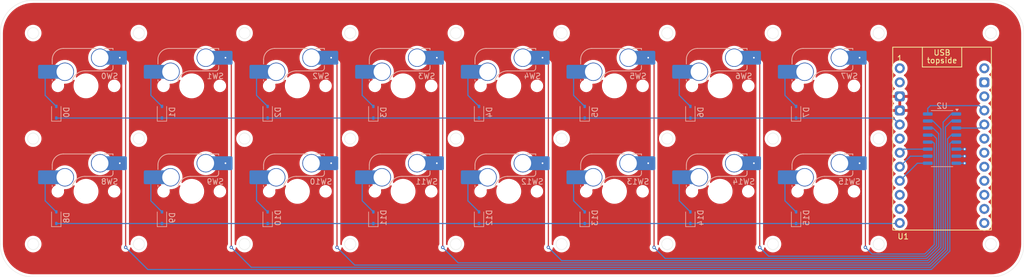
<source format=kicad_pcb>
(kicad_pcb (version 20240108) (generator "pcbnew") (generator_version "8.0")
  (layers (0 "F.Cu" signal) (31 "B.Cu" signal) (34 "B.Paste" user) (35 "F.Paste" user) (36 "B.SilkS" user "B.Silkscreen") (37 "F.SilkS" user "F.Silkscreen") (38 "B.Mask" user) (39 "F.Mask" user) (44 "Edge.Cuts" user))
  (net 0 "")
  (net 1 "ROW_00")
  (net 2 "Net-(D0-A)")
  (net 3 "Net-(D1-A)")
  (net 4 "Net-(D2-A)")
  (net 5 "Net-(D3-A)")
  (net 6 "Net-(D4-A)")
  (net 7 "Net-(D5-A)")
  (net 8 "Net-(D6-A)")
  (net 9 "Net-(D7-A)")
  (net 10 "Net-(D8-A)")
  (net 11 "ROW_01")
  (net 12 "Net-(D9-A)")
  (net 13 "Net-(D10-A)")
  (net 14 "Net-(D11-A)")
  (net 15 "Net-(D12-A)")
  (net 16 "Net-(D13-A)")
  (net 17 "Net-(D14-A)")
  (net 18 "Net-(D15-A)")
  (net 19 "COL_00")
  (net 20 "COL_01")
  (net 21 "COL_02")
  (net 22 "COL_03")
  (net 23 "COL_04")
  (net 24 "COL_05")
  (net 25 "COL_06")
  (net 26 "COL_07")
  (net 27 "GND")
  (net 28 "MULSEL_02")
  (net 29 "MULSEL_00")
  (net 30 "VCC")
  (net 31 "MULIO_00")
  (net 32 "MULSEL_01")
  (footprint "PCM_marbastlib-xp-promicroish:ProMicro_USBup" (layer "F.Cu") (at 201.93 58.42)
    (property "Reference" "U1" (at -7 16.4 0) (layer "F.SilkS"))
    (property "Value" "ProMicro")
    (fp_text user "1" (at -7.62 -15.17 0) (layer "F.SilkS") (effects (justify bottom)))
    (fp_text user "USB" (at 0 -16.2 0) (layer "F.SilkS") (effects (justify bottom)))
    (fp_text user "topside" (at 0 -14.8 0) (layer "F.SilkS") (effects (justify bottom)))
    (pad "1" thru_hole circle (at -7.62 -13.97) (size 1.8 1.8) (drill 1) (layers "*.Cu" "B.Mask"))
    (pad "2" thru_hole circle (at -7.62 -11.43) (size 1.8 1.8) (drill 1) (layers "*.Cu" "B.Mask"))
    (pad "3" thru_hole roundrect (at -7.62 -8.89) (size 1.8 1.8) (drill 1) (layers "*.Cu" "B.Mask") (net 27 "GND"))
    (pad "4" thru_hole roundrect (at -7.62 -6.35) (size 1.8 1.8) (drill 1) (layers "*.Cu" "B.Mask") (net 27 "GND"))
    (pad "5" thru_hole circle (at -7.62 -3.81) (size 1.8 1.8) (drill 1) (layers "*.Cu" "B.Mask") (net 1 "ROW_00"))
    (pad "6" thru_hole circle (at -7.62 -1.27) (size 1.8 1.8) (drill 1) (layers "*.Cu" "B.Mask"))
    (pad "7" thru_hole circle (at -7.62 1.27) (size 1.8 1.8) (drill 1) (layers "*.Cu" "B.Mask") (net 29 "MULSEL_00"))
    (pad "8" thru_hole circle (at -7.62 3.81) (size 1.8 1.8) (drill 1) (layers "*.Cu" "B.Mask") (net 32 "MULSEL_01"))
    (pad "9" thru_hole circle (at -7.62 6.35) (size 1.8 1.8) (drill 1) (layers "*.Cu" "B.Mask") (net 28 "MULSEL_02"))
    (pad "10" thru_hole circle (at -7.62 8.89) (size 1.8 1.8) (drill 1) (layers "*.Cu" "B.Mask"))
    (pad "11" thru_hole circle (at -7.62 11.43) (size 1.8 1.8) (drill 1) (layers "*.Cu" "B.Mask"))
    (pad "12" thru_hole circle (at -7.62 13.97) (size 1.8 1.8) (drill 1) (layers "*.Cu" "B.Mask") (net 11 "ROW_01"))
    (pad "13" thru_hole circle (at 7.62 -13.97) (size 1.8 1.8) (drill 1) (layers "*.Cu" "B.Mask"))
    (pad "14" thru_hole roundrect (at 7.62 -11.43) (size 1.8 1.8) (drill 1) (layers "*.Cu" "B.Mask"))
    (pad "15" thru_hole circle (at 7.62 -8.89) (size 1.8 1.8) (drill 1) (layers "*.Cu" "B.Mask"))
    (pad "16" thru_hole circle (at 7.62 -6.35) (size 1.8 1.8) (drill 1) (layers "*.Cu" "B.Mask") (net 30 "VCC"))
    (pad "17" thru_hole circle (at 7.62 -3.81) (size 1.8 1.8) (drill 1) (layers "*.Cu" "B.Mask") (net 31 "MULIO_00"))
    (pad "18" thru_hole circle (at 7.62 -1.27) (size 1.8 1.8) (drill 1) (layers "*.Cu" "B.Mask"))
    (pad "19" thru_hole circle (at 7.62 1.27) (size 1.8 1.8) (drill 1) (layers "*.Cu" "B.Mask"))
    (pad "20" thru_hole circle (at 7.62 3.81) (size 1.8 1.8) (drill 1) (layers "*.Cu" "B.Mask"))
    (pad "21" thru_hole circle (at 7.62 6.35) (size 1.8 1.8) (drill 1) (layers "*.Cu" "B.Mask"))
    (pad "22" thru_hole circle (at 7.62 8.89) (size 1.8 1.8) (drill 1) (layers "*.Cu" "B.Mask"))
    (pad "23" thru_hole circle (at 7.62 11.43) (size 1.8 1.8) (drill 1) (layers "*.Cu" "B.Mask"))
    (pad "24" thru_hole circle (at 7.62 13.97) (size 1.8 1.8) (drill 1) (layers "*.Cu" "B.Mask"))
  )
  (footprint "Diode_SMD:D_SOD-323" (layer "B.Cu") (at 42.267223 52.387544 90)
    (property "Reference" "D0" (at 0 1.85 90) (layer "B.SilkS") (effects (justify mirror)))
    (property "Value" "D_Small")
    (pad "1" smd roundrect (at -1.05 0 90) (size 0.6 0.45) (layers "B.Cu" "B.Paste" "B.Mask") (net 1 "ROW_00"))
    (pad "2" smd roundrect (at 1.05 0 90) (size 0.6 0.45) (layers "B.Cu" "B.Paste" "B.Mask") (net 2 "Net-(D0-A)"))
  )
  (footprint "PCM_marbastlib-mx:SW_MX_HS_CPG151101S11_1u" (layer "B.Cu") (at 85.725 47.625 180)
    (property "Reference" "SW2" (at -4.25 1.75 0) (layer "B.SilkS") (effects (justify mirror)))
    (property "Value" "SW_Push")
    (pad "" np_thru_hole circle (at -5.08 0 180) (size 1.75 1.75) (drill 1.75) (layers "*.Cu" "*.Mask"))
    (pad "" np_thru_hole circle (at 0 0 180) (size 3.9878 3.9878) (drill 3.9878) (layers "*.Cu" "*.Mask"))
    (pad "" np_thru_hole circle (at 5.08 0 180) (size 1.75 1.75) (drill 1.75) (layers "*.Cu" "*.Mask"))
    (pad "1" thru_hole circle (at 3.81 2.54 180) (size 3.3 3.3) (drill 3) (layers "*.Cu" "*.Mask") (net 4 "Net-(D2-A)"))
    (pad "1" smd rect (at 5.635 2.54) (size 1.65 2.5) (layers "B.Cu") (net 4 "Net-(D2-A)"))
    (pad "1" smd roundrect (at 7.36 2.54 180) (size 2.55 2.5) (layers "B.Cu" "B.Paste" "B.Mask") (roundrect_rratio 0.1) (net 4 "Net-(D2-A)"))
    (pad "2" smd roundrect (at -6.09 5.08 180) (size 2.55 2.5) (layers "B.Cu" "B.Paste" "B.Mask") (roundrect_rratio 0.1) (net 21 "COL_02"))
    (pad "2" smd rect (at -4.34 5.08 180) (size 1.65 2.5) (layers "B.Cu") (net 21 "COL_02"))
    (pad "2" thru_hole circle (at -2.54 5.08 180) (size 3.3 3.3) (drill 3) (layers "*.Cu" "*.Mask") (net 21 "COL_02"))
  )
  (footprint "PCM_marbastlib-mx:SW_MX_HS_CPG151101S11_1u" (layer "B.Cu") (at 180.975 47.625 180)
    (property "Reference" "SW7" (at -4.25 1.75 0) (layer "B.SilkS") (effects (justify mirror)))
    (property "Value" "SW_Push")
    (pad "" np_thru_hole circle (at -5.08 0 180) (size 1.75 1.75) (drill 1.75) (layers "*.Cu" "*.Mask"))
    (pad "" np_thru_hole circle (at 0 0 180) (size 3.9878 3.9878) (drill 3.9878) (layers "*.Cu" "*.Mask"))
    (pad "" np_thru_hole circle (at 5.08 0 180) (size 1.75 1.75) (drill 1.75) (layers "*.Cu" "*.Mask"))
    (pad "1" thru_hole circle (at 3.81 2.54 180) (size 3.3 3.3) (drill 3) (layers "*.Cu" "*.Mask") (net 9 "Net-(D7-A)"))
    (pad "1" smd rect (at 5.635 2.54) (size 1.65 2.5) (layers "B.Cu") (net 9 "Net-(D7-A)"))
    (pad "1" smd roundrect (at 7.36 2.54 180) (size 2.55 2.5) (layers "B.Cu" "B.Paste" "B.Mask") (roundrect_rratio 0.1) (net 9 "Net-(D7-A)"))
    (pad "2" smd roundrect (at -6.09 5.08 180) (size 2.55 2.5) (layers "B.Cu" "B.Paste" "B.Mask") (roundrect_rratio 0.1) (net 26 "COL_07"))
    (pad "2" smd rect (at -4.34 5.08 180) (size 1.65 2.5) (layers "B.Cu") (net 26 "COL_07"))
    (pad "2" thru_hole circle (at -2.54 5.08 180) (size 3.3 3.3) (drill 3) (layers "*.Cu" "*.Mask") (net 26 "COL_07"))
  )
  (footprint "PCM_marbastlib-mx:SW_MX_HS_CPG151101S11_1u" (layer "B.Cu") (at 66.675 47.625 180)
    (property "Reference" "SW1" (at -4.25 1.75 0) (layer "B.SilkS") (effects (justify mirror)))
    (property "Value" "SW_Push")
    (pad "" np_thru_hole circle (at -5.08 0 180) (size 1.75 1.75) (drill 1.75) (layers "*.Cu" "*.Mask"))
    (pad "" np_thru_hole circle (at 0 0 180) (size 3.9878 3.9878) (drill 3.9878) (layers "*.Cu" "*.Mask"))
    (pad "" np_thru_hole circle (at 5.08 0 180) (size 1.75 1.75) (drill 1.75) (layers "*.Cu" "*.Mask"))
    (pad "1" thru_hole circle (at 3.81 2.54 180) (size 3.3 3.3) (drill 3) (layers "*.Cu" "*.Mask") (net 3 "Net-(D1-A)"))
    (pad "1" smd rect (at 5.635 2.54) (size 1.65 2.5) (layers "B.Cu") (net 3 "Net-(D1-A)"))
    (pad "1" smd roundrect (at 7.36 2.54 180) (size 2.55 2.5) (layers "B.Cu" "B.Paste" "B.Mask") (roundrect_rratio 0.1) (net 3 "Net-(D1-A)"))
    (pad "2" smd roundrect (at -6.09 5.08 180) (size 2.55 2.5) (layers "B.Cu" "B.Paste" "B.Mask") (roundrect_rratio 0.1) (net 20 "COL_01"))
    (pad "2" smd rect (at -4.34 5.08 180) (size 1.65 2.5) (layers "B.Cu") (net 20 "COL_01"))
    (pad "2" thru_hole circle (at -2.54 5.08 180) (size 3.3 3.3) (drill 3) (layers "*.Cu" "*.Mask") (net 20 "COL_01"))
  )
  (footprint "Diode_SMD:D_SOD-323" (layer "B.Cu") (at 137.517303 71.43756 90)
    (property "Reference" "D13" (at 0 1.85 90) (layer "B.SilkS") (effects (justify mirror)))
    (property "Value" "D_Small")
    (pad "1" smd roundrect (at -1.05 0 90) (size 0.6 0.45) (layers "B.Cu" "B.Paste" "B.Mask") (net 11 "ROW_01"))
    (pad "2" smd roundrect (at 1.05 0 90) (size 0.6 0.45) (layers "B.Cu" "B.Paste" "B.Mask") (net 16 "Net-(D13-A)"))
  )
  (footprint "PCM_marbastlib-mx:SW_MX_HS_CPG151101S11_1u" (layer "B.Cu") (at 47.625 66.675 180)
    (property "Reference" "SW8" (at -4.25 1.75 0) (layer "B.SilkS") (effects (justify mirror)))
    (property "Value" "SW_Push")
    (pad "" np_thru_hole circle (at -5.08 0 180) (size 1.75 1.75) (drill 1.75) (layers "*.Cu" "*.Mask"))
    (pad "" np_thru_hole circle (at 0 0 180) (size 3.9878 3.9878) (drill 3.9878) (layers "*.Cu" "*.Mask"))
    (pad "" np_thru_hole circle (at 5.08 0 180) (size 1.75 1.75) (drill 1.75) (layers "*.Cu" "*.Mask"))
    (pad "1" thru_hole circle (at 3.81 2.54 180) (size 3.3 3.3) (drill 3) (layers "*.Cu" "*.Mask") (net 10 "Net-(D8-A)"))
    (pad "1" smd rect (at 5.635 2.54) (size 1.65 2.5) (layers "B.Cu") (net 10 "Net-(D8-A)"))
    (pad "1" smd roundrect (at 7.36 2.54 180) (size 2.55 2.5) (layers "B.Cu" "B.Paste" "B.Mask") (roundrect_rratio 0.1) (net 10 "Net-(D8-A)"))
    (pad "2" smd roundrect (at -6.09 5.08 180) (size 2.55 2.5) (layers "B.Cu" "B.Paste" "B.Mask") (roundrect_rratio 0.1) (net 19 "COL_00"))
    (pad "2" smd rect (at -4.34 5.08 180) (size 1.65 2.5) (layers "B.Cu") (net 19 "COL_00"))
    (pad "2" thru_hole circle (at -2.54 5.08 180) (size 3.3 3.3) (drill 3) (layers "*.Cu" "*.Mask") (net 19 "COL_00"))
  )
  (footprint "PCM_marbastlib-mx:SW_MX_HS_CPG151101S11_1u" (layer "B.Cu") (at 123.825 47.625 180)
    (property "Reference" "SW4" (at -4.25 1.75 0) (layer "B.SilkS") (effects (justify mirror)))
    (property "Value" "SW_Push")
    (pad "" np_thru_hole circle (at -5.08 0 180) (size 1.75 1.75) (drill 1.75) (layers "*.Cu" "*.Mask"))
    (pad "" np_thru_hole circle (at 0 0 180) (size 3.9878 3.9878) (drill 3.9878) (layers "*.Cu" "*.Mask"))
    (pad "" np_thru_hole circle (at 5.08 0 180) (size 1.75 1.75) (drill 1.75) (layers "*.Cu" "*.Mask"))
    (pad "1" thru_hole circle (at 3.81 2.54 180) (size 3.3 3.3) (drill 3) (layers "*.Cu" "*.Mask") (net 6 "Net-(D4-A)"))
    (pad "1" smd rect (at 5.635 2.54) (size 1.65 2.5) (layers "B.Cu") (net 6 "Net-(D4-A)"))
    (pad "1" smd roundrect (at 7.36 2.54 180) (size 2.55 2.5) (layers "B.Cu" "B.Paste" "B.Mask") (roundrect_rratio 0.1) (net 6 "Net-(D4-A)"))
    (pad "2" smd roundrect (at -6.09 5.08 180) (size 2.55 2.5) (layers "B.Cu" "B.Paste" "B.Mask") (roundrect_rratio 0.1) (net 23 "COL_04"))
    (pad "2" smd rect (at -4.34 5.08 180) (size 1.65 2.5) (layers "B.Cu") (net 23 "COL_04"))
    (pad "2" thru_hole circle (at -2.54 5.08 180) (size 3.3 3.3) (drill 3) (layers "*.Cu" "*.Mask") (net 23 "COL_04"))
  )
  (footprint "PCM_marbastlib-mx:SW_MX_HS_CPG151101S11_1u" (layer "B.Cu") (at 47.625 47.625 180)
    (property "Reference" "SW0" (at -4.25 1.75 0) (layer "B.SilkS") (effects (justify mirror)))
    (property "Value" "SW_Push")
    (pad "" np_thru_hole circle (at -5.08 0 180) (size 1.75 1.75) (drill 1.75) (layers "*.Cu" "*.Mask"))
    (pad "" np_thru_hole circle (at 0 0 180) (size 3.9878 3.9878) (drill 3.9878) (layers "*.Cu" "*.Mask"))
    (pad "" np_thru_hole circle (at 5.08 0 180) (size 1.75 1.75) (drill 1.75) (layers "*.Cu" "*.Mask"))
    (pad "1" thru_hole circle (at 3.81 2.54 180) (size 3.3 3.3) (drill 3) (layers "*.Cu" "*.Mask") (net 2 "Net-(D0-A)"))
    (pad "1" smd rect (at 5.635 2.54) (size 1.65 2.5) (layers "B.Cu") (net 2 "Net-(D0-A)"))
    (pad "1" smd roundrect (at 7.36 2.54 180) (size 2.55 2.5) (layers "B.Cu" "B.Paste" "B.Mask") (roundrect_rratio 0.1) (net 2 "Net-(D0-A)"))
    (pad "2" smd roundrect (at -6.09 5.08 180) (size 2.55 2.5) (layers "B.Cu" "B.Paste" "B.Mask") (roundrect_rratio 0.1) (net 19 "COL_00"))
    (pad "2" smd rect (at -4.34 5.08 180) (size 1.65 2.5) (layers "B.Cu") (net 19 "COL_00"))
    (pad "2" thru_hole circle (at -2.54 5.08 180) (size 3.3 3.3) (drill 3) (layers "*.Cu" "*.Mask") (net 19 "COL_00"))
  )
  (footprint "PCM_marbastlib-mx:SW_MX_HS_CPG151101S11_1u" (layer "B.Cu") (at 104.775 66.675 180)
    (property "Reference" "SW11" (at -4.25 1.75 0) (layer "B.SilkS") (effects (justify mirror)))
    (property "Value" "SW_Push")
    (pad "" np_thru_hole circle (at -5.08 0 180) (size 1.75 1.75) (drill 1.75) (layers "*.Cu" "*.Mask"))
    (pad "" np_thru_hole circle (at 0 0 180) (size 3.9878 3.9878) (drill 3.9878) (layers "*.Cu" "*.Mask"))
    (pad "" np_thru_hole circle (at 5.08 0 180) (size 1.75 1.75) (drill 1.75) (layers "*.Cu" "*.Mask"))
    (pad "1" thru_hole circle (at 3.81 2.54 180) (size 3.3 3.3) (drill 3) (layers "*.Cu" "*.Mask") (net 14 "Net-(D11-A)"))
    (pad "1" smd rect (at 5.635 2.54) (size 1.65 2.5) (layers "B.Cu") (net 14 "Net-(D11-A)"))
    (pad "1" smd roundrect (at 7.36 2.54 180) (size 2.55 2.5) (layers "B.Cu" "B.Paste" "B.Mask") (roundrect_rratio 0.1) (net 14 "Net-(D11-A)"))
    (pad "2" smd roundrect (at -6.09 5.08 180) (size 2.55 2.5) (layers "B.Cu" "B.Paste" "B.Mask") (roundrect_rratio 0.1) (net 22 "COL_03"))
    (pad "2" smd rect (at -4.34 5.08 180) (size 1.65 2.5) (layers "B.Cu") (net 22 "COL_03"))
    (pad "2" thru_hole circle (at -2.54 5.08 180) (size 3.3 3.3) (drill 3) (layers "*.Cu" "*.Mask") (net 22 "COL_03"))
  )
  (footprint "Diode_SMD:D_SOD-323" (layer "B.Cu") (at 175.617335 71.43756 90)
    (property "Reference" "D15" (at 0 1.85 90) (layer "B.SilkS") (effects (justify mirror)))
    (property "Value" "D_Small")
    (pad "1" smd roundrect (at -1.05 0 90) (size 0.6 0.45) (layers "B.Cu" "B.Paste" "B.Mask") (net 11 "ROW_01"))
    (pad "2" smd roundrect (at 1.05 0 90) (size 0.6 0.45) (layers "B.Cu" "B.Paste" "B.Mask") (net 18 "Net-(D15-A)"))
  )
  (footprint "Diode_SMD:D_SOD-323" (layer "B.Cu") (at 137.517303 52.387544 90)
    (property "Reference" "D5" (at 0 1.85 90) (layer "B.SilkS") (effects (justify mirror)))
    (property "Value" "D_Small")
    (pad "1" smd roundrect (at -1.05 0 90) (size 0.6 0.45) (layers "B.Cu" "B.Paste" "B.Mask") (net 1 "ROW_00"))
    (pad "2" smd roundrect (at 1.05 0 90) (size 0.6 0.45) (layers "B.Cu" "B.Paste" "B.Mask") (net 7 "Net-(D5-A)"))
  )
  (footprint "Diode_SMD:D_SOD-323" (layer "B.Cu") (at 80.367255 71.43756 90)
    (property "Reference" "D10" (at 0 1.85 90) (layer "B.SilkS") (effects (justify mirror)))
    (property "Value" "D_Small")
    (pad "1" smd roundrect (at -1.05 0 90) (size 0.6 0.45) (layers "B.Cu" "B.Paste" "B.Mask") (net 11 "ROW_01"))
    (pad "2" smd roundrect (at 1.05 0 90) (size 0.6 0.45) (layers "B.Cu" "B.Paste" "B.Mask") (net 13 "Net-(D10-A)"))
  )
  (footprint "Package_SO:SO-16_3.9x9.9mm_P1.27mm" (layer "B.Cu") (at 201.93 57.15 180)
    (property "Reference" "U2" (at 0 5.9 0) (layer "B.SilkS") (effects (justify mirror)))
    (property "Value" "74HC4051")
    (pad "1" smd roundrect (at -2.575 4.445 180) (size 1.75 0.6) (layers "B.Cu" "B.Paste" "B.Mask") (net 22 "COL_03"))
    (pad "2" smd roundrect (at -2.575 3.175 180) (size 1.75 0.6) (layers "B.Cu" "B.Paste" "B.Mask") (net 21 "COL_02"))
    (pad "3" smd roundrect (at -2.575 1.905 180) (size 1.75 0.6) (layers "B.Cu" "B.Paste" "B.Mask") (net 31 "MULIO_00"))
    (pad "4" smd roundrect (at -2.575 0.635 180) (size 1.75 0.6) (layers "B.Cu" "B.Paste" "B.Mask") (net 20 "COL_01"))
    (pad "5" smd roundrect (at -2.575 -0.635 180) (size 1.75 0.6) (layers "B.Cu" "B.Paste" "B.Mask") (net 19 "COL_00"))
    (pad "6" smd roundrect (at -2.575 -1.905 180) (size 1.75 0.6) (layers "B.Cu" "B.Paste" "B.Mask") (net 27 "GND"))
    (pad "7" smd roundrect (at -2.575 -3.175 180) (size 1.75 0.6) (layers "B.Cu" "B.Paste" "B.Mask") (net 27 "GND"))
    (pad "8" smd roundrect (at -2.575 -4.445 180) (size 1.75 0.6) (layers "B.Cu" "B.Paste" "B.Mask") (net 27 "GND"))
    (pad "9" smd roundrect (at 2.575 -4.445 180) (size 1.75 0.6) (layers "B.Cu" "B.Paste" "B.Mask") (net 28 "MULSEL_02"))
    (pad "10" smd roundrect (at 2.575 -3.175 180) (size 1.75 0.6) (layers "B.Cu" "B.Paste" "B.Mask") (net 32 "MULSEL_01"))
    (pad "11" smd roundrect (at 2.575 -1.905 180) (size 1.75 0.6) (layers "B.Cu" "B.Paste" "B.Mask") (net 29 "MULSEL_00"))
    (pad "12" smd roundrect (at 2.575 -0.635 180) (size 1.75 0.6) (layers "B.Cu" "B.Paste" "B.Mask") (net 26 "COL_07"))
    (pad "13" smd roundrect (at 2.575 0.635 180) (size 1.75 0.6) (layers "B.Cu" "B.Paste" "B.Mask") (net 25 "COL_06"))
    (pad "14" smd roundrect (at 2.575 1.905 180) (size 1.75 0.6) (layers "B.Cu" "B.Paste" "B.Mask") (net 24 "COL_05"))
    (pad "15" smd roundrect (at 2.575 3.175 180) (size 1.75 0.6) (layers "B.Cu" "B.Paste" "B.Mask") (net 23 "COL_04"))
    (pad "16" smd roundrect (at 2.575 4.445 180) (size 1.75 0.6) (layers "B.Cu" "B.Paste" "B.Mask") (net 30 "VCC"))
  )
  (footprint "Diode_SMD:D_SOD-323" (layer "B.Cu") (at 61.317239 52.387544 90)
    (property "Reference" "D1" (at 0 1.85 90) (layer "B.SilkS") (effects (justify mirror)))
    (property "Value" "D_Small")
    (pad "1" smd roundrect (at -1.05 0 90) (size 0.6 0.45) (layers "B.Cu" "B.Paste" "B.Mask") (net 1 "ROW_00"))
    (pad "2" smd roundrect (at 1.05 0 90) (size 0.6 0.45) (layers "B.Cu" "B.Paste" "B.Mask") (net 3 "Net-(D1-A)"))
  )
  (footprint "Diode_SMD:D_SOD-323" (layer "B.Cu") (at 99.417271 52.387544 90)
    (property "Reference" "D3" (at 0 1.85 90) (layer "B.SilkS") (effects (justify mirror)))
    (property "Value" "D_Small")
    (pad "1" smd roundrect (at -1.05 0 90) (size 0.6 0.45) (layers "B.Cu" "B.Paste" "B.Mask") (net 1 "ROW_00"))
    (pad "2" smd roundrect (at 1.05 0 90) (size 0.6 0.45) (layers "B.Cu" "B.Paste" "B.Mask") (net 5 "Net-(D3-A)"))
  )
  (footprint "Diode_SMD:D_SOD-323" (layer "B.Cu") (at 80.367255 52.387544 90)
    (property "Reference" "D2" (at 0 1.85 90) (layer "B.SilkS") (effects (justify mirror)))
    (property "Value" "D_Small")
    (pad "1" smd roundrect (at -1.05 0 90) (size 0.6 0.45) (layers "B.Cu" "B.Paste" "B.Mask") (net 1 "ROW_00"))
    (pad "2" smd roundrect (at 1.05 0 90) (size 0.6 0.45) (layers "B.Cu" "B.Paste" "B.Mask") (net 4 "Net-(D2-A)"))
  )
  (footprint "PCM_marbastlib-mx:SW_MX_HS_CPG151101S11_1u" (layer "B.Cu") (at 161.925 66.675 180)
    (property "Reference" "SW14" (at -4.25 1.75 0) (layer "B.SilkS") (effects (justify mirror)))
    (property "Value" "SW_Push")
    (pad "" np_thru_hole circle (at -5.08 0 180) (size 1.75 1.75) (drill 1.75) (layers "*.Cu" "*.Mask"))
    (pad "" np_thru_hole circle (at 0 0 180) (size 3.9878 3.9878) (drill 3.9878) (layers "*.Cu" "*.Mask"))
    (pad "" np_thru_hole circle (at 5.08 0 180) (size 1.75 1.75) (drill 1.75) (layers "*.Cu" "*.Mask"))
    (pad "1" thru_hole circle (at 3.81 2.54 180) (size 3.3 3.3) (drill 3) (layers "*.Cu" "*.Mask") (net 17 "Net-(D14-A)"))
    (pad "1" smd rect (at 5.635 2.54) (size 1.65 2.5) (layers "B.Cu") (net 17 "Net-(D14-A)"))
    (pad "1" smd roundrect (at 7.36 2.54 180) (size 2.55 2.5) (layers "B.Cu" "B.Paste" "B.Mask") (roundrect_rratio 0.1) (net 17 "Net-(D14-A)"))
    (pad "2" smd roundrect (at -6.09 5.08 180) (size 2.55 2.5) (layers "B.Cu" "B.Paste" "B.Mask") (roundrect_rratio 0.1) (net 25 "COL_06"))
    (pad "2" smd rect (at -4.34 5.08 180) (size 1.65 2.5) (layers "B.Cu") (net 25 "COL_06"))
    (pad "2" thru_hole circle (at -2.54 5.08 180) (size 3.3 3.3) (drill 3) (layers "*.Cu" "*.Mask") (net 25 "COL_06"))
  )
  (footprint "PCM_marbastlib-mx:SW_MX_HS_CPG151101S11_1u" (layer "B.Cu") (at 142.875 66.675 180)
    (property "Reference" "SW13" (at -4.25 1.75 0) (layer "B.SilkS") (effects (justify mirror)))
    (property "Value" "SW_Push")
    (pad "" np_thru_hole circle (at -5.08 0 180) (size 1.75 1.75) (drill 1.75) (layers "*.Cu" "*.Mask"))
    (pad "" np_thru_hole circle (at 0 0 180) (size 3.9878 3.9878) (drill 3.9878) (layers "*.Cu" "*.Mask"))
    (pad "" np_thru_hole circle (at 5.08 0 180) (size 1.75 1.75) (drill 1.75) (layers "*.Cu" "*.Mask"))
    (pad "1" thru_hole circle (at 3.81 2.54 180) (size 3.3 3.3) (drill 3) (layers "*.Cu" "*.Mask") (net 16 "Net-(D13-A)"))
    (pad "1" smd rect (at 5.635 2.54) (size 1.65 2.5) (layers "B.Cu") (net 16 "Net-(D13-A)"))
    (pad "1" smd roundrect (at 7.36 2.54 180) (size 2.55 2.5) (layers "B.Cu" "B.Paste" "B.Mask") (roundrect_rratio 0.1) (net 16 "Net-(D13-A)"))
    (pad "2" smd roundrect (at -6.09 5.08 180) (size 2.55 2.5) (layers "B.Cu" "B.Paste" "B.Mask") (roundrect_rratio 0.1) (net 24 "COL_05"))
    (pad "2" smd rect (at -4.34 5.08 180) (size 1.65 2.5) (layers "B.Cu") (net 24 "COL_05"))
    (pad "2" thru_hole circle (at -2.54 5.08 180) (size 3.3 3.3) (drill 3) (layers "*.Cu" "*.Mask") (net 24 "COL_05"))
  )
  (footprint "PCM_marbastlib-mx:SW_MX_HS_CPG151101S11_1u" (layer "B.Cu") (at 85.725 66.675 180)
    (property "Reference" "SW10" (at -4.25 1.75 0) (layer "B.SilkS") (effects (justify mirror)))
    (property "Value" "SW_Push")
    (pad "" np_thru_hole circle (at -5.08 0 180) (size 1.75 1.75) (drill 1.75) (layers "*.Cu" "*.Mask"))
    (pad "" np_thru_hole circle (at 0 0 180) (size 3.9878 3.9878) (drill 3.9878) (layers "*.Cu" "*.Mask"))
    (pad "" np_thru_hole circle (at 5.08 0 180) (size 1.75 1.75) (drill 1.75) (layers "*.Cu" "*.Mask"))
    (pad "1" thru_hole circle (at 3.81 2.54 180) (size 3.3 3.3) (drill 3) (layers "*.Cu" "*.Mask") (net 13 "Net-(D10-A)"))
    (pad "1" smd rect (at 5.635 2.54) (size 1.65 2.5) (layers "B.Cu") (net 13 "Net-(D10-A)"))
    (pad "1" smd roundrect (at 7.36 2.54 180) (size 2.55 2.5) (layers "B.Cu" "B.Paste" "B.Mask") (roundrect_rratio 0.1) (net 13 "Net-(D10-A)"))
    (pad "2" smd roundrect (at -6.09 5.08 180) (size 2.55 2.5) (layers "B.Cu" "B.Paste" "B.Mask") (roundrect_rratio 0.1) (net 21 "COL_02"))
    (pad "2" smd rect (at -4.34 5.08 180) (size 1.65 2.5) (layers "B.Cu") (net 21 "COL_02"))
    (pad "2" thru_hole circle (at -2.54 5.08 180) (size 3.3 3.3) (drill 3) (layers "*.Cu" "*.Mask") (net 21 "COL_02"))
  )
  (footprint "Diode_SMD:D_SOD-323" (layer "B.Cu") (at 118.467287 71.43756 90)
    (property "Reference" "D12" (at 0 1.85 90) (layer "B.SilkS") (effects (justify mirror)))
    (property "Value" "D_Small")
    (pad "1" smd roundrect (at -1.05 0 90) (size 0.6 0.45) (layers "B.Cu" "B.Paste" "B.Mask") (net 11 "ROW_01"))
    (pad "2" smd roundrect (at 1.05 0 90) (size 0.6 0.45) (layers "B.Cu" "B.Paste" "B.Mask") (net 15 "Net-(D12-A)"))
  )
  (footprint "Diode_SMD:D_SOD-323" (layer "B.Cu") (at 156.567319 52.387544 90)
    (property "Reference" "D6" (at 0 1.85 90) (layer "B.SilkS") (effects (justify mirror)))
    (property "Value" "D_Small")
    (pad "1" smd roundrect (at -1.05 0 90) (size 0.6 0.45) (layers "B.Cu" "B.Paste" "B.Mask") (net 1 "ROW_00"))
    (pad "2" smd roundrect (at 1.05 0 90) (size 0.6 0.45) (layers "B.Cu" "B.Paste" "B.Mask") (net 8 "Net-(D6-A)"))
  )
  (footprint "Diode_SMD:D_SOD-323" (layer "B.Cu") (at 61.317239 71.43756 90)
    (property "Reference" "D9" (at 0 1.85 90) (layer "B.SilkS") (effects (justify mirror)))
    (property "Value" "D_Small")
    (pad "1" smd roundrect (at -1.05 0 90) (size 0.6 0.45) (layers "B.Cu" "B.Paste" "B.Mask") (net 11 "ROW_01"))
    (pad "2" smd roundrect (at 1.05 0 90) (size 0.6 0.45) (layers "B.Cu" "B.Paste" "B.Mask") (net 12 "Net-(D9-A)"))
  )
  (footprint "PCM_marbastlib-mx:SW_MX_HS_CPG151101S11_1u" (layer "B.Cu") (at 142.875 47.625 180)
    (property "Reference" "SW5" (at -4.25 1.75 0) (layer "B.SilkS") (effects (justify mirror)))
    (property "Value" "SW_Push")
    (pad "" np_thru_hole circle (at -5.08 0 180) (size 1.75 1.75) (drill 1.75) (layers "*.Cu" "*.Mask"))
    (pad "" np_thru_hole circle (at 0 0 180) (size 3.9878 3.9878) (drill 3.9878) (layers "*.Cu" "*.Mask"))
    (pad "" np_thru_hole circle (at 5.08 0 180) (size 1.75 1.75) (drill 1.75) (layers "*.Cu" "*.Mask"))
    (pad "1" thru_hole circle (at 3.81 2.54 180) (size 3.3 3.3) (drill 3) (layers "*.Cu" "*.Mask") (net 7 "Net-(D5-A)"))
    (pad "1" smd rect (at 5.635 2.54) (size 1.65 2.5) (layers "B.Cu") (net 7 "Net-(D5-A)"))
    (pad "1" smd roundrect (at 7.36 2.54 180) (size 2.55 2.5) (layers "B.Cu" "B.Paste" "B.Mask") (roundrect_rratio 0.1) (net 7 "Net-(D5-A)"))
    (pad "2" smd roundrect (at -6.09 5.08 180) (size 2.55 2.5) (layers "B.Cu" "B.Paste" "B.Mask") (roundrect_rratio 0.1) (net 24 "COL_05"))
    (pad "2" smd rect (at -4.34 5.08 180) (size 1.65 2.5) (layers "B.Cu") (net 24 "COL_05"))
    (pad "2" thru_hole circle (at -2.54 5.08 180) (size 3.3 3.3) (drill 3) (layers "*.Cu" "*.Mask") (net 24 "COL_05"))
  )
  (footprint "PCM_marbastlib-mx:SW_MX_HS_CPG151101S11_1u" (layer "B.Cu") (at 123.825 66.675 180)
    (property "Reference" "SW12" (at -4.25 1.75 0) (layer "B.SilkS") (effects (justify mirror)))
    (property "Value" "SW_Push")
    (pad "" np_thru_hole circle (at -5.08 0 180) (size 1.75 1.75) (drill 1.75) (layers "*.Cu" "*.Mask"))
    (pad "" np_thru_hole circle (at 0 0 180) (size 3.9878 3.9878) (drill 3.9878) (layers "*.Cu" "*.Mask"))
    (pad "" np_thru_hole circle (at 5.08 0 180) (size 1.75 1.75) (drill 1.75) (layers "*.Cu" "*.Mask"))
    (pad "1" thru_hole circle (at 3.81 2.54 180) (size 3.3 3.3) (drill 3) (layers "*.Cu" "*.Mask") (net 15 "Net-(D12-A)"))
    (pad "1" smd rect (at 5.635 2.54) (size 1.65 2.5) (layers "B.Cu") (net 15 "Net-(D12-A)"))
    (pad "1" smd roundrect (at 7.36 2.54 180) (size 2.55 2.5) (layers "B.Cu" "B.Paste" "B.Mask") (roundrect_rratio 0.1) (net 15 "Net-(D12-A)"))
    (pad "2" smd roundrect (at -6.09 5.08 180) (size 2.55 2.5) (layers "B.Cu" "B.Paste" "B.Mask") (roundrect_rratio 0.1) (net 23 "COL_04"))
    (pad "2" smd rect (at -4.34 5.08 180) (size 1.65 2.5) (layers "B.Cu") (net 23 "COL_04"))
    (pad "2" thru_hole circle (at -2.54 5.08 180) (size 3.3 3.3) (drill 3) (layers "*.Cu" "*.Mask") (net 23 "COL_04"))
  )
  (footprint "Diode_SMD:D_SOD-323" (layer "B.Cu") (at 175.617335 52.387544 90)
    (property "Reference" "D7" (at 0 1.85 90) (layer "B.SilkS") (effects (justify mirror)))
    (property "Value" "D_Small")
    (pad "1" smd roundrect (at -1.05 0 90) (size 0.6 0.45) (layers "B.Cu" "B.Paste" "B.Mask") (net 1 "ROW_00"))
    (pad "2" smd roundrect (at 1.05 0 90) (size 0.6 0.45) (layers "B.Cu" "B.Paste" "B.Mask") (net 9 "Net-(D7-A)"))
  )
  (footprint "Diode_SMD:D_SOD-323" (layer "B.Cu") (at 118.467287 52.387544 90)
    (property "Reference" "D4" (at 0 1.85 90) (layer "B.SilkS") (effects (justify mirror)))
    (property "Value" "D_Small")
    (pad "1" smd roundrect (at -1.05 0 90) (size 0.6 0.45) (layers "B.Cu" "B.Paste" "B.Mask") (net 1 "ROW_00"))
    (pad "2" smd roundrect (at 1.05 0 90) (size 0.6 0.45) (layers "B.Cu" "B.Paste" "B.Mask") (net 6 "Net-(D4-A)"))
  )
  (footprint "PCM_marbastlib-mx:SW_MX_HS_CPG151101S11_1u" (layer "B.Cu") (at 161.925 47.625 180)
    (property "Reference" "SW6" (at -4.25 1.75 0) (layer "B.SilkS") (effects (justify mirror)))
    (property "Value" "SW_Push")
    (pad "" np_thru_hole circle (at -5.08 0 180) (size 1.75 1.75) (drill 1.75) (layers "*.Cu" "*.Mask"))
    (pad "" np_thru_hole circle (at 0 0 180) (size 3.9878 3.9878) (drill 3.9878) (layers "*.Cu" "*.Mask"))
    (pad "" np_thru_hole circle (at 5.08 0 180) (size 1.75 1.75) (drill 1.75) (layers "*.Cu" "*.Mask"))
    (pad "1" thru_hole circle (at 3.81 2.54 180) (size 3.3 3.3) (drill 3) (layers "*.Cu" "*.Mask") (net 8 "Net-(D6-A)"))
    (pad "1" smd rect (at 5.635 2.54) (size 1.65 2.5) (layers "B.Cu") (net 8 "Net-(D6-A)"))
    (pad "1" smd roundrect (at 7.36 2.54 180) (size 2.55 2.5) (layers "B.Cu" "B.Paste" "B.Mask") (roundrect_rratio 0.1) (net 8 "Net-(D6-A)"))
    (pad "2" smd roundrect (at -6.09 5.08 180) (size 2.55 2.5) (layers "B.Cu" "B.Paste" "B.Mask") (roundrect_rratio 0.1) (net 25 "COL_06"))
    (pad "2" smd rect (at -4.34 5.08 180) (size 1.65 2.5) (layers "B.Cu") (net 25 "COL_06"))
    (pad "2" thru_hole circle (at -2.54 5.08 180) (size 3.3 3.3) (drill 3) (layers "*.Cu" "*.Mask") (net 25 "COL_06"))
  )
  (footprint "PCM_marbastlib-mx:SW_MX_HS_CPG151101S11_1u" (layer "B.Cu") (at 180.975 66.675 180)
    (property "Reference" "SW15" (at -4.25 1.75 0) (layer "B.SilkS") (effects (justify mirror)))
    (property "Value" "SW_Push")
    (pad "" np_thru_hole circle (at -5.08 0 180) (size 1.75 1.75) (drill 1.75) (layers "*.Cu" "*.Mask"))
    (pad "" np_thru_hole circle (at 0 0 180) (size 3.9878 3.9878) (drill 3.9878) (layers "*.Cu" "*.Mask"))
    (pad "" np_thru_hole circle (at 5.08 0 180) (size 1.75 1.75) (drill 1.75) (layers "*.Cu" "*.Mask"))
    (pad "1" thru_hole circle (at 3.81 2.54 180) (size 3.3 3.3) (drill 3) (layers "*.Cu" "*.Mask") (net 18 "Net-(D15-A)"))
    (pad "1" smd rect (at 5.635 2.54) (size 1.65 2.5) (layers "B.Cu") (net 18 "Net-(D15-A)"))
    (pad "1" smd roundrect (at 7.36 2.54 180) (size 2.55 2.5) (layers "B.Cu" "B.Paste" "B.Mask") (roundrect_rratio 0.1) (net 18 "Net-(D15-A)"))
    (pad "2" smd roundrect (at -6.09 5.08 180) (size 2.55 2.5) (layers "B.Cu" "B.Paste" "B.Mask") (roundrect_rratio 0.1) (net 26 "COL_07"))
    (pad "2" smd rect (at -4.34 5.08 180) (size 1.65 2.5) (layers "B.Cu") (net 26 "COL_07"))
    (pad "2" thru_hole circle (at -2.54 5.08 180) (size 3.3 3.3) (drill 3) (layers "*.Cu" "*.Mask") (net 26 "COL_07"))
  )
  (footprint "Diode_SMD:D_SOD-323" (layer "B.Cu") (at 156.567319 71.43756 90)
    (property "Reference" "D14" (at 0 1.85 90) (layer "B.SilkS") (effects (justify mirror)))
    (property "Value" "D_Small")
    (pad "1" smd roundrect (at -1.05 0 90) (size 0.6 0.45) (layers "B.Cu" "B.Paste" "B.Mask") (net 11 "ROW_01"))
    (pad "2" smd roundrect (at 1.05 0 90) (size 0.6 0.45) (layers "B.Cu" "B.Paste" "B.Mask") (net 17 "Net-(D14-A)"))
  )
  (footprint "PCM_marbastlib-mx:SW_MX_HS_CPG151101S11_1u" (layer "B.Cu") (at 66.675 66.675 180)
    (property "Reference" "SW9" (at -4.25 1.75 0) (layer "B.SilkS") (effects (justify mirror)))
    (property "Value" "SW_Push")
    (pad "" np_thru_hole circle (at -5.08 0 180) (size 1.75 1.75) (drill 1.75) (layers "*.Cu" "*.Mask"))
    (pad "" np_thru_hole circle (at 0 0 180) (size 3.9878 3.9878) (drill 3.9878) (layers "*.Cu" "*.Mask"))
    (pad "" np_thru_hole circle (at 5.08 0 180) (size 1.75 1.75) (drill 1.75) (layers "*.Cu" "*.Mask"))
    (pad "1" thru_hole circle (at 3.81 2.54 180) (size 3.3 3.3) (drill 3) (layers "*.Cu" "*.Mask") (net 12 "Net-(D9-A)"))
    (pad "1" smd rect (at 5.635 2.54) (size 1.65 2.5) (layers "B.Cu") (net 12 "Net-(D9-A)"))
    (pad "1" smd roundrect (at 7.36 2.54 180) (size 2.55 2.5) (layers "B.Cu" "B.Paste" "B.Mask") (roundrect_rratio 0.1) (net 12 "Net-(D9-A)"))
    (pad "2" smd roundrect (at -6.09 5.08 180) (size 2.55 2.5) (layers "B.Cu" "B.Paste" "B.Mask") (roundrect_rratio 0.1) (net 20 "COL_01"))
    (pad "2" smd rect (at -4.34 5.08 180) (size 1.65 2.5) (layers "B.Cu") (net 20 "COL_01"))
    (pad "2" thru_hole circle (at -2.54 5.08 180) (size 3.3 3.3) (drill 3) (layers "*.Cu" "*.Mask") (net 20 "COL_01"))
  )
  (footprint "Diode_SMD:D_SOD-323" (layer "B.Cu") (at 42.267223 71.43756 90)
    (property "Reference" "D8" (at 0 1.85 90) (layer "B.SilkS") (effects (justify mirror)))
    (property "Value" "D_Small")
    (pad "1" smd roundrect (at -1.05 0 90) (size 0.6 0.45) (layers "B.Cu" "B.Paste" "B.Mask") (net 11 "ROW_01"))
    (pad "2" smd roundrect (at 1.05 0 90) (size 0.6 0.45) (layers "B.Cu" "B.Paste" "B.Mask") (net 10 "Net-(D8-A)"))
  )
  (footprint "PCM_marbastlib-mx:SW_MX_HS_CPG151101S11_1u" (layer "B.Cu") (at 104.775 47.625 180)
    (property "Reference" "SW3" (at -4.25 1.75 0) (layer "B.SilkS") (effects (justify mirror)))
    (property "Value" "SW_Push")
    (pad "" np_thru_hole circle (at -5.08 0 180) (size 1.75 1.75) (drill 1.75) (layers "*.Cu" "*.Mask"))
    (pad "" np_thru_hole circle (at 0 0 180) (size 3.9878 3.9878) (drill 3.9878) (layers "*.Cu" "*.Mask"))
    (pad "" np_thru_hole circle (at 5.08 0 180) (size 1.75 1.75) (drill 1.75) (layers "*.Cu" "*.Mask"))
    (pad "1" thru_hole circle (at 3.81 2.54 180) (size 3.3 3.3) (drill 3) (layers "*.Cu" "*.Mask") (net 5 "Net-(D3-A)"))
    (pad "1" smd rect (at 5.635 2.54) (size 1.65 2.5) (layers "B.Cu") (net 5 "Net-(D3-A)"))
    (pad "1" smd roundrect (at 7.36 2.54 180) (size 2.55 2.5) (layers "B.Cu" "B.Paste" "B.Mask") (roundrect_rratio 0.1) (net 5 "Net-(D3-A)"))
    (pad "2" smd roundrect (at -6.09 5.08 180) (size 2.55 2.5) (layers "B.Cu" "B.Paste" "B.Mask") (roundrect_rratio 0.1) (net 22 "COL_03"))
    (pad "2" smd rect (at -4.34 5.08 180) (size 1.65 2.5) (layers "B.Cu") (net 22 "COL_03"))
    (pad "2" thru_hole circle (at -2.54 5.08 180) (size 3.3 3.3) (drill 3) (layers "*.Cu" "*.Mask") (net 22 "COL_03"))
  )
  (footprint "Diode_SMD:D_SOD-323" (layer "B.Cu") (at 99.417271 71.43756 90)
    (property "Reference" "D11" (at 0 1.85 90) (layer "B.SilkS") (effects (justify mirror)))
    (property "Value" "D_Small")
    (pad "1" smd roundrect (at -1.05 0 90) (size 0.6 0.45) (layers "B.Cu" "B.Paste" "B.Mask") (net 11 "ROW_01"))
    (pad "2" smd roundrect (at 1.05 0 90) (size 0.6 0.45) (layers "B.Cu" "B.Paste" "B.Mask") (net 14 "Net-(D11-A)"))
  )
  (gr_circle (center 95.25 76.2) (end 96.25 76.2) (stroke (width 0.05)) (fill none) (layer "Edge.Cuts"))
  (gr_circle (center 133.35 57.15) (end 134.35 57.15) (stroke (width 0.05)) (fill none) (layer "Edge.Cuts"))
  (gr_circle (center 95.25 38.1) (end 96.25 38.1) (stroke (width 0.05)) (fill none) (layer "Edge.Cuts"))
  (gr_circle (center 38.1 38.1) (end 39.1 38.1) (stroke (width 0.05)) (fill none) (layer "Edge.Cuts"))
  (gr_circle (center 171.45 57.15) (end 172.45 57.15) (stroke (width 0.05)) (fill none) (layer "Edge.Cuts"))
  (gr_circle (center 57.15 76.2) (end 58.15 76.2) (stroke (width 0.05)) (fill none) (layer "Edge.Cuts"))
  (gr_circle (center 76.2 76.2) (end 77.2 76.2) (stroke (width 0.05)) (fill none) (layer "Edge.Cuts"))
  (gr_line (start 38.100177 82.153125) (end 210.740802 82.153125) (stroke (width 0.05)) (layer "Edge.Cuts"))
  (gr_line (start 38.1 32.146875) (end 210.740625 32.146875) (stroke (width 0.05)) (layer "Edge.Cuts"))
  (gr_arc (start 38.100177 82.153125) (mid 33.890568 80.409558) (end 32.146875 76.2) (stroke (width 0.05)) (layer "Edge.Cuts"))
  (gr_circle (center 152.4 57.15) (end 153.4 57.15) (stroke (width 0.05)) (fill none) (layer "Edge.Cuts"))
  (gr_circle (center 171.45 38.1) (end 172.45 38.1) (stroke (width 0.05)) (fill none) (layer "Edge.Cuts"))
  (gr_circle (center 95.25 57.15) (end 96.25 57.15) (stroke (width 0.05)) (fill none) (layer "Edge.Cuts"))
  (gr_circle (center 210.740625 38.1) (end 211.740625 38.1) (stroke (width 0.05)) (fill none) (layer "Edge.Cuts"))
  (gr_circle (center 114.3 38.1) (end 115.3 38.1) (stroke (width 0.05)) (fill none) (layer "Edge.Cuts"))
  (gr_arc (start 32.146875 38.1) (mid 33.890505 33.890505) (end 38.1 32.146875) (stroke (width 0.05)) (layer "Edge.Cuts"))
  (gr_circle (center 152.4 76.2) (end 153.4 76.2) (stroke (width 0.05)) (fill none) (layer "Edge.Cuts"))
  (gr_arc (start 216.69375 76.2) (mid 214.950183 80.409432) (end 210.740802 82.153125) (stroke (width 0.05)) (layer "Edge.Cuts"))
  (gr_arc (start 210.740625 32.146875) (mid 214.95012 33.890505) (end 216.69375 38.1) (stroke (width 0.05)) (layer "Edge.Cuts"))
  (gr_line (start 32.146875 38.1) (end 32.146875 76.2) (stroke (width 0.05)) (layer "Edge.Cuts"))
  (gr_circle (center 133.35 38.1) (end 134.35 38.1) (stroke (width 0.05)) (fill none) (layer "Edge.Cuts"))
  (gr_circle (center 57.15 57.15) (end 58.15 57.15) (stroke (width 0.05)) (fill none) (layer "Edge.Cuts"))
  (gr_circle (center 152.4 38.1) (end 153.4 38.1) (stroke (width 0.05)) (fill none) (layer "Edge.Cuts"))
  (gr_circle (center 171.45 76.2) (end 172.45 76.2) (stroke (width 0.05)) (fill none) (layer "Edge.Cuts"))
  (gr_circle (center 114.3 57.15) (end 115.3 57.15) (stroke (width 0.05)) (fill none) (layer "Edge.Cuts"))
  (gr_circle (center 114.3 76.2) (end 115.3 76.2) (stroke (width 0.05)) (fill none) (layer "Edge.Cuts"))
  (gr_circle (center 57.15 38.1) (end 58.15 38.1) (stroke (width 0.05)) (fill none) (layer "Edge.Cuts"))
  (gr_circle (center 190.5 38.1) (end 191.5 38.1) (stroke (width 0.05)) (fill none) (layer "Edge.Cuts"))
  (gr_circle (center 190.5 76.2) (end 191.5 76.2) (stroke (width 0.05)) (fill none) (layer "Edge.Cuts"))
  (gr_circle (center 76.2 57.15) (end 77.2 57.15) (stroke (width 0.05)) (fill none) (layer "Edge.Cuts"))
  (gr_circle (center 38.1 57.15) (end 39.1 57.15) (stroke (width 0.05)) (fill none) (layer "Edge.Cuts"))
  (gr_circle (center 210.740625 76.2) (end 211.740625 76.2) (stroke (width 0.05)) (fill none) (layer "Edge.Cuts"))
  (gr_circle (center 133.35 76.2) (end 134.35 76.2) (stroke (width 0.05)) (fill none) (layer "Edge.Cuts"))
  (gr_circle (center 38.1 76.2) (end 39.1 76.2) (stroke (width 0.05)) (fill none) (layer "Edge.Cuts"))
  (gr_line (start 216.69375 76.2) (end 216.69375 38.1) (stroke (width 0.05)) (layer "Edge.Cuts"))
  (gr_circle (center 76.2 38.1) (end 77.2 38.1) (stroke (width 0.05)) (fill none) (layer "Edge.Cuts"))
  (gr_circle (center 190.5 57.15) (end 191.5 57.15) (stroke (width 0.05)) (fill none) (layer "Edge.Cuts"))
  (segment (start 193.137544 53.437544) (end 194.31 54.61) (width 0.2) (layer "B.Cu") (net 1))
  (segment (start 175.617335 53.437544) (end 156.567319 53.437544) (width 0.2) (layer "B.Cu") (net 1))
  (segment (start 61.317239 53.437544) (end 42.267223 53.437544) (width 0.2) (layer "B.Cu") (net 1))
  (segment (start 175.617335 53.437544) (end 193.137544 53.437544) (width 0.2) (layer "B.Cu") (net 1))
  (segment (start 156.567319 53.437544) (end 137.517303 53.437544) (width 0.2) (layer "B.Cu") (net 1))
  (segment (start 137.517303 53.437544) (end 118.467287 53.437544) (width 0.2) (layer "B.Cu") (net 1))
  (segment (start 80.367255 53.437544) (end 61.317239 53.437544) (width 0.2) (layer "B.Cu") (net 1))
  (segment (start 99.417271 53.437544) (end 80.367255 53.437544) (width 0.2) (layer "B.Cu") (net 1))
  (segment (start 118.467287 53.437544) (end 99.417271 53.437544) (width 0.2) (layer "B.Cu") (net 1))
  (segment (start 40.265 45.085) (end 40.265 49.335321) (width 0.2) (layer "B.Cu") (net 2))
  (segment (start 40.265 49.335321) (end 42.267223 51.337544) (width 0.2) (layer "B.Cu") (net 2))
  (segment (start 59.315 45.085) (end 59.315 49.335305) (width 0.2) (layer "B.Cu") (net 3))
  (segment (start 59.315 49.335305) (end 61.317239 51.337544) (width 0.2) (layer "B.Cu") (net 3))
  (segment (start 78.365 49.335289) (end 80.367255 51.337544) (width 0.2) (layer "B.Cu") (net 4))
  (segment (start 78.365 45.085) (end 78.365 49.335289) (width 0.2) (layer "B.Cu") (net 4))
  (segment (start 97.415 49.335273) (end 99.417271 51.337544) (width 0.2) (layer "B.Cu") (net 5))
  (segment (start 97.415 45.085) (end 97.415 49.335273) (width 0.2) (layer "B.Cu") (net 5))
  (segment (start 116.465 49.335257) (end 118.467287 51.337544) (width 0.2) (layer "B.Cu") (net 6))
  (segment (start 116.465 45.085) (end 116.465 49.335257) (width 0.2) (layer "B.Cu") (net 6))
  (segment (start 135.515 49.335241) (end 137.517303 51.337544) (width 0.2) (layer "B.Cu") (net 7))
  (segment (start 135.515 45.085) (end 135.515 49.335241) (width 0.2) (layer "B.Cu") (net 7))
  (segment (start 154.565 45.085) (end 154.565 49.335225) (width 0.2) (layer "B.Cu") (net 8))
  (segment (start 154.565 49.335225) (end 156.567319 51.337544) (width 0.2) (layer "B.Cu") (net 8))
  (segment (start 173.615 49.335209) (end 175.617335 51.337544) (width 0.2) (layer "B.Cu") (net 9))
  (segment (start 173.615 45.085) (end 173.615 49.335209) (width 0.2) (layer "B.Cu") (net 9))
  (segment (start 40.265 64.135) (end 40.265 68.385337) (width 0.2) (layer "B.Cu") (net 10))
  (segment (start 40.265 68.385337) (end 42.267223 70.38756) (width 0.2) (layer "B.Cu") (net 10))
  (segment (start 175.617335 72.48756) (end 156.567319 72.48756) (width 0.2) (layer "B.Cu") (net 11))
  (segment (start 194.21244 72.48756) (end 175.617335 72.48756) (width 0.2) (layer "B.Cu") (net 11))
  (segment (start 99.417271 72.48756) (end 80.367255 72.48756) (width 0.2) (layer "B.Cu") (net 11))
  (segment (start 137.517303 72.48756) (end 118.467287 72.48756) (width 0.2) (layer "B.Cu") (net 11))
  (segment (start 156.567319 72.48756) (end 137.517303 72.48756) (width 0.2) (layer "B.Cu") (net 11))
  (segment (start 61.317239 72.48756) (end 42.267223 72.48756) (width 0.2) (layer "B.Cu") (net 11))
  (segment (start 118.467287 72.48756) (end 99.417271 72.48756) (width 0.2) (layer "B.Cu") (net 11))
  (segment (start 80.367255 72.48756) (end 61.317239 72.48756) (width 0.2) (layer "B.Cu") (net 11))
  (segment (start 194.31 72.39) (end 194.21244 72.48756) (width 0.2) (layer "B.Cu") (net 11))
  (segment (start 59.315 68.385321) (end 61.317239 70.38756) (width 0.2) (layer "B.Cu") (net 12))
  (segment (start 59.315 64.135) (end 59.315 68.385321) (width 0.2) (layer "B.Cu") (net 12))
  (segment (start 78.365 68.385305) (end 80.367255 70.38756) (width 0.2) (layer "B.Cu") (net 13))
  (segment (start 78.365 64.135) (end 78.365 68.385305) (width 0.2) (layer "B.Cu") (net 13))
  (segment (start 97.415 64.135) (end 97.415 68.385289) (width 0.2) (layer "B.Cu") (net 14))
  (segment (start 97.415 68.385289) (end 99.417271 70.38756) (width 0.2) (layer "B.Cu") (net 14))
  (segment (start 116.465 68.385273) (end 118.467287 70.38756) (width 0.2) (layer "B.Cu") (net 15))
  (segment (start 116.465 64.135) (end 116.465 68.385273) (width 0.2) (layer "B.Cu") (net 15))
  (segment (start 135.515 64.135) (end 135.515 68.385257) (width 0.2) (layer "B.Cu") (net 16))
  (segment (start 135.515 68.385257) (end 137.517303 70.38756) (width 0.2) (layer "B.Cu") (net 16))
  (segment (start 154.565 64.135) (end 154.565 68.385241) (width 0.2) (layer "B.Cu") (net 17))
  (segment (start 154.565 68.385241) (end 156.567319 70.38756) (width 0.2) (layer "B.Cu") (net 17))
  (segment (start 173.615 68.385225) (end 175.617335 70.38756) (width 0.2) (layer "B.Cu") (net 18))
  (segment (start 173.615 64.135) (end 173.615 68.385225) (width 0.2) (layer "B.Cu") (net 18))
  (segment (start 54.76875 43.59875) (end 54.76875 76.795377) (width 0.2) (layer "F.Cu") (net 19))
  (segment (start 53.715 42.545) (end 54.76875 43.59875) (width 0.2) (layer "F.Cu") (net 19))
  (segment (start 53.715 61.595) (end 54.76875 62.64875) (width 0.2) (layer "F.Cu") (net 19))
  (via (at 53.715 61.595) (size 0.6) (drill 0.3) (layers "F.Cu" "B.Cu") (net 19))
  (via (at 53.715 42.545) (size 0.6) (drill 0.3) (layers "F.Cu" "B.Cu") (net 19))
  (via (at 54.76875 76.795377) (size 0.6) (drill 0.3) (layers "F.Cu" "B.Cu") (net 19))
  (segment (start 199.994341 80.786003) (end 58.759422 80.786003) (width 0.2) (layer "B.Cu") (net 19))
  (segment (start 203.33 77.450344) (end 199.994341 80.786003) (width 0.2) (layer "B.Cu") (net 19))
  (segment (start 54.768796 76.795377) (end 54.76875 76.795377) (width 0.2) (layer "B.Cu") (net 19))
  (segment (start 58.759422 80.786003) (end 54.768796 76.795377) (width 0.2) (layer "B.Cu") (net 19))
  (segment (start 204.505 57.785) (end 203.622501 57.785) (width 0.2) (layer "B.Cu") (net 19))
  (segment (start 203.33 58.077501) (end 203.33 77.450344) (width 0.2) (layer "B.Cu") (net 19))
  (segment (start 203.622501 57.785) (end 203.33 58.077501) (width 0.2) (layer "B.Cu") (net 19))
  (segment (start 73.81875 43.59875) (end 73.81875 76.795377) (width 0.2) (layer "F.Cu") (net 20))
  (segment (start 72.765 61.595) (end 73.81875 62.64875) (width 0.2) (layer "F.Cu") (net 20))
  (segment (start 72.765 42.545) (end 73.81875 43.59875) (width 0.2) (layer "F.Cu") (net 20))
  (via (at 73.81875 76.795377) (size 0.6) (drill 0.3) (layers "F.Cu" "B.Cu") (net 20))
  (via (at 72.765 42.545) (size 0.6) (drill 0.3) (layers "F.Cu" "B.Cu") (net 20))
  (via (at 72.765 61.595) (size 0.6) (drill 0.3) (layers "F.Cu" "B.Cu") (net 20))
  (segment (start 199.828655 80.386003) (end 77.409438 80.386003) (width 0.2) (layer "B.Cu") (net 20))
  (segment (start 202.93 77.284658) (end 199.828655 80.386003) (width 0.2) (layer "B.Cu") (net 20))
  (segment (start 203.6 56.515) (end 202.93 57.185) (width 0.2) (layer "B.Cu") (net 20))
  (segment (start 204.505 56.515) (end 203.6 56.515) (width 0.2) (layer "B.Cu") (net 20))
  (segment (start 202.93 57.185) (end 202.93 77.284658) (width 0.2) (layer "B.Cu") (net 20))
  (segment (start 77.409438 80.386003) (end 73.818812 76.795377) (width 0.2) (layer "B.Cu") (net 20))
  (segment (start 73.818812 76.795377) (end 73.81875 76.795377) (width 0.2) (layer "B.Cu") (net 20))
  (segment (start 92.86875 43.59875) (end 92.86875 76.795377) (width 0.2) (layer "F.Cu") (net 21))
  (segment (start 91.815 61.595) (end 92.86875 62.64875) (width 0.2) (layer "F.Cu") (net 21))
  (segment (start 91.815 42.545) (end 92.86875 43.59875) (width 0.2) (layer "F.Cu") (net 21))
  (via (at 92.86875 76.795377) (size 0.6) (drill 0.3) (layers "F.Cu" "B.Cu") (net 21))
  (via (at 91.815 42.545) (size 0.6) (drill 0.3) (layers "F.Cu" "B.Cu") (net 21))
  (via (at 91.815 61.595) (size 0.6) (drill 0.3) (layers "F.Cu" "B.Cu") (net 21))
  (segment (start 92.868828 76.795377) (end 92.86875 76.795377) (width 0.2) (layer "B.Cu") (net 21))
  (segment (start 202.53 55.07) (end 202.53 77.118972) (width 0.2) (layer "B.Cu") (net 21))
  (segment (start 204.505 53.975) (end 203.625 53.975) (width 0.2) (layer "B.Cu") (net 21))
  (segment (start 202.53 77.118972) (end 199.662969 79.986003) (width 0.2) (layer "B.Cu") (net 21))
  (segment (start 203.625 53.975) (end 202.53 55.07) (width 0.2) (layer "B.Cu") (net 21))
  (segment (start 199.662969 79.986003) (end 96.059454 79.986003) (width 0.2) (layer "B.Cu") (net 21))
  (segment (start 96.059454 79.986003) (end 92.868828 76.795377) (width 0.2) (layer "B.Cu") (net 21))
  (segment (start 110.865 42.545) (end 111.91875 43.59875) (width 0.2) (layer "F.Cu") (net 22))
  (segment (start 110.865 61.595) (end 111.91875 62.64875) (width 0.2) (layer "F.Cu") (net 22))
  (segment (start 111.91875 43.59875) (end 111.91875 76.795377) (width 0.2) (layer "F.Cu") (net 22))
  (via (at 110.865 42.545) (size 0.6) (drill 0.3) (layers "F.Cu" "B.Cu") (net 22))
  (via (at 110.865 61.595) (size 0.6) (drill 0.3) (layers "F.Cu" "B.Cu") (net 22))
  (via (at 111.91875 76.795377) (size 0.6) (drill 0.3) (layers "F.Cu" "B.Cu") (net 22))
  (segment (start 111.918844 76.795377) (end 111.91875 76.795377) (width 0.2) (layer "B.Cu") (net 22))
  (segment (start 204.505 52.705) (end 203.6 52.705) (width 0.2) (layer "B.Cu") (net 22))
  (segment (start 202.13 76.953287) (end 201.895685 77.187601) (width 0.2) (layer "B.Cu") (net 22))
  (segment (start 114.70947 79.586003) (end 111.918844 76.795377) (width 0.2) (layer "B.Cu") (net 22))
  (segment (start 201.895685 77.187601) (end 199.497283 79.586003) (width 0.2) (layer "B.Cu") (net 22))
  (segment (start 199.497283 79.586003) (end 114.70947 79.586003) (width 0.2) (layer "B.Cu") (net 22))
  (segment (start 203.6 52.705) (end 202.13 54.175) (width 0.2) (layer "B.Cu") (net 22))
  (segment (start 202.13 54.175) (end 202.13 76.953287) (width 0.2) (layer "B.Cu") (net 22))
  (segment (start 130.96875 76.795267) (end 130.96886 76.795377) (width 0.2) (layer "F.Cu") (net 23))
  (segment (start 129.915 42.545) (end 130.96875 43.59875) (width 0.2) (layer "F.Cu") (net 23))
  (segment (start 129.915 61.595) (end 130.96875 62.64875) (width 0.2) (layer "F.Cu") (net 23))
  (segment (start 130.96875 43.59875) (end 130.96875 76.795267) (width 0.2) (layer "F.Cu") (net 23))
  (via (at 129.915 61.595) (size 0.6) (drill 0.3) (layers "F.Cu" "B.Cu") (net 23))
  (via (at 130.96886 76.795377) (size 0.6) (drill 0.3) (layers "F.Cu" "B.Cu") (net 23))
  (via (at 129.915 42.545) (size 0.6) (drill 0.3) (layers "F.Cu" "B.Cu") (net 23))
  (segment (start 201.73 76.787601) (end 199.331598 79.186003) (width 0.2) (layer "B.Cu") (net 23))
  (segment (start 199.331598 79.186003) (end 133.359486 79.186003) (width 0.2) (layer "B.Cu") (net 23))
  (segment (start 201.73 55.405) (end 201.73 76.787601) (width 0.2) (layer "B.Cu") (net 23))
  (segment (start 200.3 53.975) (end 201.73 55.405) (width 0.2) (layer "B.Cu") (net 23))
  (segment (start 199.355 53.975) (end 200.3 53.975) (width 0.2) (layer "B.Cu") (net 23))
  (segment (start 133.359486 79.186003) (end 130.96886 76.795377) (width 0.2) (layer "B.Cu") (net 23))
  (segment (start 150.01875 76.795251) (end 150.018876 76.795377) (width 0.2) (layer "F.Cu") (net 24))
  (segment (start 150.01875 43.59875) (end 150.01875 76.795251) (width 0.2) (layer "F.Cu") (net 24))
  (segment (start 148.965 61.595) (end 150.01875 62.64875) (width 0.2) (layer "F.Cu") (net 24))
  (segment (start 148.965 42.545) (end 150.01875 43.59875) (width 0.2) (layer "F.Cu") (net 24))
  (via (at 150.018876 76.795377) (size 0.6) (drill 0.3) (layers "F.Cu" "B.Cu") (net 24))
  (via (at 148.965 42.545) (size 0.6) (drill 0.3) (layers "F.Cu" "B.Cu") (net 24))
  (via (at 148.965 61.595) (size 0.6) (drill 0.3) (layers "F.Cu" "B.Cu") (net 24))
  (segment (start 199.165913 78.786003) (end 152.009502 78.786003) (width 0.2) (layer "B.Cu") (net 24))
  (segment (start 201.33 56.275) (end 201.33 76.621916) (width 0.2) (layer "B.Cu") (net 24))
  (segment (start 152.009502 78.786003) (end 150.018876 76.795377) (width 0.2) (layer "B.Cu") (net 24))
  (segment (start 200.3 55.245) (end 201.33 56.275) (width 0.2) (layer "B.Cu") (net 24))
  (segment (start 199.355 55.245) (end 200.3 55.245) (width 0.2) (layer "B.Cu") (net 24))
  (segment (start 201.33 76.621916) (end 199.165913 78.786003) (width 0.2) (layer "B.Cu") (net 24))
  (segment (start 169.06875 43.59875) (end 169.06875 76.795235) (width 0.2) (layer "F.Cu") (net 25))
  (segment (start 168.015 61.595) (end 169.06875 62.64875) (width 0.2) (layer "F.Cu") (net 25))
  (segment (start 168.015 42.545) (end 169.06875 43.59875) (width 0.2) (layer "F.Cu") (net 25))
  (segment (start 169.06875 76.795235) (end 169.068892 76.795377) (width 0.2) (layer "F.Cu") (net 25))
  (via (at 169.068892 76.795377) (size 0.6) (drill 0.3) (layers "F.Cu" "B.Cu") (net 25))
  (via (at 168.015 61.595) (size 0.6) (drill 0.3) (layers "F.Cu" "B.Cu") (net 25))
  (via (at 168.015 42.545) (size 0.6) (drill 0.3) (layers "F.Cu" "B.Cu") (net 25))
  (segment (start 200.93 57.13) (end 200.93 76.456231) (width 0.2) (layer "B.Cu") (net 25))
  (segment (start 199.000228 78.386003) (end 170.659518 78.386003) (width 0.2) (layer "B.Cu") (net 25))
  (segment (start 200.315 56.515) (end 200.93 57.13) (width 0.2) (layer "B.Cu") (net 25))
  (segment (start 170.659518 78.386003) (end 169.068892 76.795377) (width 0.2) (layer "B.Cu") (net 25))
  (segment (start 200.93 76.456231) (end 199.000228 78.386003) (width 0.2) (layer "B.Cu") (net 25))
  (segment (start 199.355 56.515) (end 200.315 56.515) (width 0.2) (layer "B.Cu") (net 25))
  (segment (start 187.065 42.545) (end 188.11875 43.59875) (width 0.2) (layer "F.Cu") (net 26))
  (segment (start 187.065 61.595) (end 188.11875 62.64875) (width 0.2) (layer "F.Cu") (net 26))
  (segment (start 188.11875 43.59875) (end 188.11875 76.795377) (width 0.2) (layer "F.Cu") (net 26))
  (via (at 187.065 42.545) (size 0.6) (drill 0.3) (layers "F.Cu" "B.Cu") (net 26))
  (via (at 187.065 61.595) (size 0.6) (drill 0.3) (layers "F.Cu" "B.Cu") (net 26))
  (via (at 188.11875 76.795377) (size 0.6) (drill 0.3) (layers "F.Cu" "B.Cu") (net 26))
  (segment (start 189.309534 77.986003) (end 188.118908 76.795377) (width 0.2) (layer "B.Cu") (net 26))
  (segment (start 198.834542 77.986003) (end 189.309534 77.986003) (width 0.2) (layer "B.Cu") (net 26))
  (segment (start 200.53 76.290545) (end 198.834542 77.986003) (width 0.2) (layer "B.Cu") (net 26))
  (segment (start 199.355 57.785) (end 200.285 57.785) (width 0.2) (layer "B.Cu") (net 26))
  (segment (start 188.118908 76.795377) (end 188.11875 76.795377) (width 0.2) (layer "B.Cu") (net 26))
  (segment (start 200.285 57.785) (end 200.53 58.03) (width 0.2) (layer "B.Cu") (net 26))
  (segment (start 200.53 58.03) (end 200.53 76.290545) (width 0.2) (layer "B.Cu") (net 26))
  (via (at 206 59.055) (size 0.6) (drill 0.3) (layers "F.Cu" "B.Cu") (net 27))
  (via (at 206 61.595) (size 0.6) (drill 0.3) (layers "F.Cu" "B.Cu") (net 27))
  (via (at 206 60.325) (size 0.6) (drill 0.3) (layers "F.Cu" "B.Cu") (net 27))
  (segment (start 204.505 61.595) (end 206 61.595) (width 0.2) (layer "B.Cu") (net 27))
  (segment (start 204.505 60.325) (end 206 60.325) (width 0.2) (layer "B.Cu") (net 27))
  (segment (start 204.505 59.055) (end 206 59.055) (width 0.2) (layer "B.Cu") (net 27))
  (segment (start 197.485 61.595) (end 194.31 64.77) (width 0.2) (layer "B.Cu") (net 28))
  (segment (start 199.355 61.595) (end 197.485 61.595) (width 0.2) (layer "B.Cu") (net 28))
  (segment (start 199.355 59.055) (end 194.945 59.055) (width 0.2) (layer "B.Cu") (net 29))
  (segment (start 194.945 59.055) (end 194.31 59.69) (width 0.2) (layer "B.Cu") (net 29))
  (segment (start 199.84875 51.196875) (end 208.676875 51.196875) (width 0.2) (layer "B.Cu") (net 30))
  (segment (start 208.676875 51.196875) (end 209.55 52.07) (width 0.2) (layer "B.Cu") (net 30))
  (segment (start 199.355 51.690625) (end 199.84875 51.196875) (width 0.2) (layer "B.Cu") (net 30))
  (segment (start 199.355 52.705) (end 199.355 51.690625) (width 0.2) (layer "B.Cu") (net 30))
  (segment (start 209.55 54.61) (end 208.915 55.245) (width 0.2) (layer "B.Cu") (net 31))
  (segment (start 208.915 55.245) (end 204.505 55.245) (width 0.2) (layer "B.Cu") (net 31))
  (segment (start 199.355 60.325) (end 196.215 60.325) (width 0.2) (layer "B.Cu") (net 32))
  (segment (start 196.215 60.325) (end 194.31 62.23) (width 0.2) (layer "B.Cu") (net 32))
  (zone (net 27) (net_name "GND") (layer "F.Cu") (connect_pads (clearance 0.5)) (min_thickness 0.25) (fill yes (thermal_gap 0.5) (thermal_bridge_width 0.5))
    (polygon (pts (xy 216.69375 32.146875) (xy 216.69375 82.153125) (xy 32.146875 82.153125) (xy 32.146875 32.146875)))
  )
)
</source>
